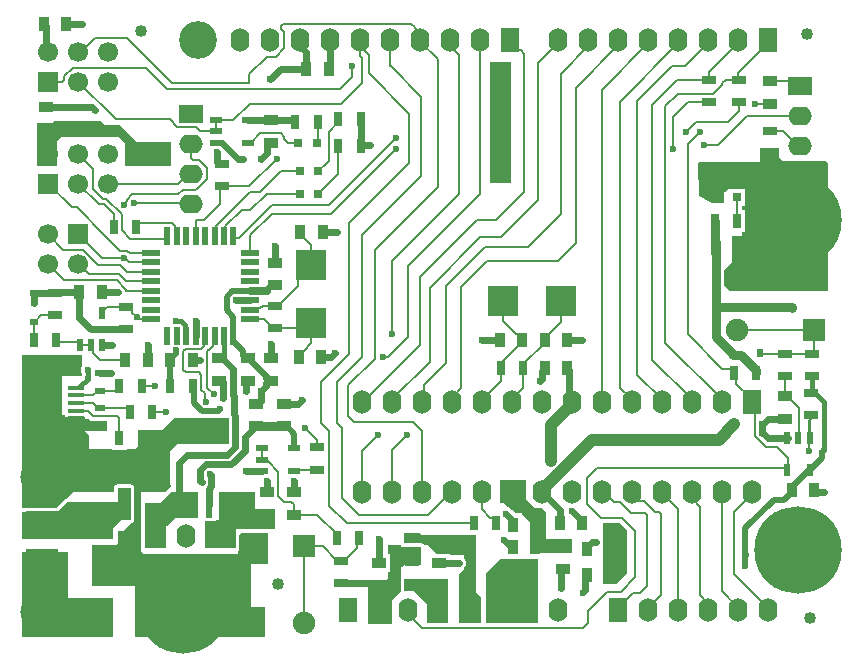
<source format=gtl>
G04*
G04 #@! TF.GenerationSoftware,Altium Limited,Altium Designer,21.0.8 (223)*
G04*
G04 Layer_Physical_Order=1*
G04 Layer_Color=255*
%FSLAX44Y44*%
%MOMM*%
G71*
G04*
G04 #@! TF.SameCoordinates,CB068B56-A197-48A0-A871-B344E5AE3D22*
G04*
G04*
G04 #@! TF.FilePolarity,Positive*
G04*
G01*
G75*
%ADD10C,0.2000*%
%ADD11C,0.5000*%
%ADD12C,0.4000*%
%ADD14R,0.9000X1.3000*%
%ADD15R,0.5500X1.0000*%
%ADD16R,1.3000X0.7000*%
%ADD17R,0.7000X1.3000*%
%ADD18R,0.6858X0.5588*%
%ADD19R,0.5588X0.6858*%
%ADD20R,0.6000X2.2000*%
%ADD21R,3.5000X2.2000*%
%ADD22R,1.3500X0.4000*%
%ADD23R,1.4000X1.6000*%
%ADD24R,1.9000X1.9000*%
%ADD25R,1.3000X0.9000*%
%ADD26R,0.8000X0.8000*%
%ADD27R,1.5000X0.5500*%
%ADD28R,0.5500X1.5000*%
%ADD29R,2.7000X2.0000*%
%ADD30R,1.6000X3.0000*%
%ADD31R,0.9000X0.6000*%
%ADD32R,2.6000X2.5000*%
%ADD33R,2.5000X2.6000*%
%ADD34R,1.0000X0.5500*%
%ADD64R,1.9000X1.9000*%
%ADD65C,1.9000*%
%ADD69C,1.0160*%
%ADD70C,0.6000*%
%ADD71C,1.0000*%
%ADD72C,0.8000*%
%ADD73C,3.2000*%
%ADD74R,1.6000X2.0000*%
%ADD75O,1.6000X2.0000*%
%ADD76O,2.0000X1.6000*%
%ADD77R,2.0000X1.6000*%
%ADD78R,1.7000X1.7000*%
%ADD79C,1.7000*%
G04:AMPARAMS|DCode=80|XSize=2mm|YSize=1.2mm|CornerRadius=0.3mm|HoleSize=0mm|Usage=FLASHONLY|Rotation=0.000|XOffset=0mm|YOffset=0mm|HoleType=Round|Shape=RoundedRectangle|*
%AMROUNDEDRECTD80*
21,1,2.0000,0.6000,0,0,0.0*
21,1,1.4000,1.2000,0,0,0.0*
1,1,0.6000,0.7000,-0.3000*
1,1,0.6000,-0.7000,-0.3000*
1,1,0.6000,-0.7000,0.3000*
1,1,0.6000,0.7000,0.3000*
%
%ADD80ROUNDEDRECTD80*%
%ADD81C,4.0000*%
%ADD82C,7.4000*%
%ADD83C,0.6000*%
G36*
X73000Y436000D02*
Y436000D01*
X86000D01*
X100000Y422000D01*
X129000D01*
Y402000D01*
X90000D01*
Y421000D01*
X85000Y426000D01*
Y426000D01*
X36000D01*
X33000Y423000D01*
Y402000D01*
X16000D01*
Y438000D01*
X28000D01*
X30000Y440000D01*
X69000D01*
X73000Y436000D01*
D02*
G37*
G36*
X95000Y102000D02*
X87000D01*
X80000Y95000D01*
Y86000D01*
X3000D01*
Y109000D01*
X33000D01*
X41000Y117000D01*
X84000D01*
Y129000D01*
X95000D01*
Y102000D01*
D02*
G37*
G36*
X200000Y111000D02*
X217000D01*
Y94000D01*
X184000D01*
Y78000D01*
X158000D01*
Y101000D01*
X167000D01*
Y102000D01*
X170000D01*
Y126000D01*
X200000D01*
Y111000D01*
D02*
G37*
G36*
X152000Y104000D02*
X133000D01*
X126000Y97000D01*
X125000D01*
Y78000D01*
X107000D01*
Y116000D01*
X120000D01*
X130000Y126000D01*
X152000D01*
Y104000D01*
D02*
G37*
G36*
X54000Y232485D02*
X53913Y232399D01*
X53000Y230194D01*
Y227806D01*
X53902Y225629D01*
Y224876D01*
X53539Y224000D01*
X37000D01*
Y191000D01*
X38995D01*
Y189500D01*
X56000D01*
Y187000D01*
X59562D01*
X59806Y186756D01*
X61294Y185761D01*
X63050Y185412D01*
X75000D01*
Y177000D01*
X56000D01*
X60000Y173000D01*
Y162000D01*
X79000D01*
Y161500D01*
X92000D01*
Y162000D01*
X99000D01*
X101000Y164000D01*
Y178000D01*
X122000D01*
X132000Y188000D01*
X177280D01*
X177383Y187847D01*
Y166463D01*
X176919Y166000D01*
X134000D01*
X128000Y160000D01*
Y132000D01*
X129000Y131000D01*
X124000Y126000D01*
X104000D01*
Y116295D01*
X103941Y116000D01*
Y78000D01*
X104000Y77705D01*
Y75000D01*
X106000Y73000D01*
X186000D01*
Y75728D01*
X186163Y75837D01*
X186826Y76830D01*
X187059Y78000D01*
Y89059D01*
X188941Y90941D01*
X211000D01*
Y65000D01*
X197000D01*
Y29000D01*
X198000Y28000D01*
X209000D01*
Y3000D01*
X99000D01*
Y46000D01*
X62000D01*
Y81000D01*
X83000D01*
X84000Y82000D01*
Y93000D01*
X89000D01*
X94941Y98941D01*
X95000D01*
X96171Y99174D01*
X97163Y99837D01*
X97826Y100829D01*
X98059Y102000D01*
Y129000D01*
X97826Y130170D01*
X97163Y131163D01*
X96171Y131826D01*
X95000Y132059D01*
X84000D01*
X82830Y131826D01*
X81837Y131163D01*
X81174Y130170D01*
X80941Y129000D01*
Y126000D01*
X46000D01*
X39819Y119819D01*
X38837Y119163D01*
X38837Y119163D01*
X31733Y112059D01*
X3000D01*
Y242000D01*
X54000D01*
Y232485D01*
D02*
G37*
G36*
X42000Y36000D02*
X80000D01*
Y3000D01*
X3000D01*
Y75000D01*
X42000D01*
Y36000D01*
D02*
G37*
G36*
X417000Y388000D02*
Y387000D01*
X399000D01*
Y490000D01*
X417000D01*
Y388000D01*
D02*
G37*
G36*
X644000Y409000D02*
X647000Y406000D01*
X683000D01*
X685000Y404000D01*
Y296000D01*
X602000D01*
X597560Y300440D01*
Y313560D01*
X604000Y320000D01*
Y342000D01*
X613000D01*
Y345500D01*
X615000D01*
Y364500D01*
X613000D01*
Y368000D01*
X615000D01*
Y382000D01*
X601000D01*
X599000Y380000D01*
X597000D01*
Y370000D01*
X587000D01*
X576000Y376000D01*
X575032Y404087D01*
X575914Y405000D01*
X628000D01*
Y417000D01*
X644000D01*
Y409000D01*
D02*
G37*
G36*
X430000Y119000D02*
X437000Y112000D01*
X443000D01*
X447000Y108000D01*
Y86000D01*
X469000D01*
Y74000D01*
X433000D01*
Y100000D01*
X427000Y106000D01*
X426500D01*
Y107500D01*
X420901D01*
X418146Y110256D01*
X418087Y110399D01*
X416399Y112086D01*
X414193Y113000D01*
X414000D01*
X411000Y116000D01*
X408000D01*
Y136000D01*
X430000D01*
Y119000D01*
D02*
G37*
G36*
X515000Y93511D02*
Y57000D01*
X506000Y48000D01*
X495000D01*
Y82409D01*
X495118Y83000D01*
X495000Y83591D01*
Y84193D01*
Y99037D01*
X509474D01*
X515000Y93511D01*
D02*
G37*
G36*
X440000Y50000D02*
Y47000D01*
Y15088D01*
X396000D01*
Y57000D01*
X408000Y69000D01*
X440000D01*
Y50000D01*
D02*
G37*
G36*
X342000Y89000D02*
X387000D01*
Y41000D01*
X392000Y36000D01*
Y15088D01*
X373000D01*
Y56000D01*
X377000Y60000D01*
Y61124D01*
X377076Y61174D01*
X377076D01*
X377411Y61675D01*
X377837Y62101D01*
X378067Y62658D01*
X378402Y63159D01*
X378519Y63750D01*
X378750Y64307D01*
Y64909D01*
X378775Y65034D01*
X378867Y65500D01*
D01*
Y65500D01*
X378750Y66091D01*
Y66694D01*
X378519Y67250D01*
X378402Y67841D01*
X378067Y68342D01*
X377837Y68899D01*
X377411Y69325D01*
X377076Y69826D01*
X377000Y69876D01*
Y72000D01*
X365500D01*
Y73000D01*
X354000D01*
X347000Y80000D01*
Y81000D01*
X343272D01*
X343163Y81163D01*
X342170Y81826D01*
X341000Y82059D01*
X326348D01*
X326326Y82170D01*
X326000Y82658D01*
Y91000D01*
X340000D01*
X342000Y89000D01*
D02*
G37*
G36*
X364000Y15088D02*
X346000D01*
Y31000D01*
X335000Y42000D01*
X326559D01*
Y52000D01*
X364000D01*
Y15088D01*
D02*
G37*
G36*
X323500Y79000D02*
X341000D01*
Y64000D01*
X327000D01*
X325000Y62000D01*
X324000D01*
Y54000D01*
X323500D01*
Y41500D01*
X316000Y34000D01*
Y14000D01*
X296000D01*
Y51000D01*
X311000D01*
X313000Y53000D01*
Y58000D01*
X314500D01*
Y73000D01*
X313000D01*
Y81000D01*
X323500D01*
Y79000D01*
D02*
G37*
D10*
X72750Y342800D02*
X85550Y330000D01*
X49435Y366515D02*
X72750Y343200D01*
X54971Y330600D02*
X67571Y318000D01*
X44965Y366515D02*
X49435D01*
X72750Y342800D02*
Y343200D01*
X70500Y323500D02*
X89500D01*
X85550Y330000D02*
X92192D01*
X94192Y328000D01*
X85808Y318000D02*
X91808Y312000D01*
X67571Y318000D02*
X85808D01*
X89852Y323852D02*
X93704Y320000D01*
X50000Y344000D02*
X70500Y323500D01*
X49742Y316858D02*
X50000D01*
X51185Y318600D02*
X59785Y310000D01*
X83192Y305000D02*
X91350Y296842D01*
X50000Y318600D02*
X51185D01*
X59785Y310000D02*
X85263D01*
X38200Y305000D02*
X83192D01*
X85263Y310000D02*
X91263Y304000D01*
X24600Y318600D02*
X38200Y305000D01*
X91350Y296000D02*
Y296842D01*
X38000Y330600D02*
X54971D01*
X24600Y344000D02*
X38000Y330600D01*
X25400Y386080D02*
X44965Y366515D01*
X94550Y340000D02*
X124750D01*
X96308Y377500D02*
X135437D01*
X50800Y411480D02*
X62800Y399480D01*
Y382509D02*
Y399480D01*
Y382509D02*
X71229Y374080D01*
X74491D01*
X87500Y361071D01*
Y347050D02*
Y361071D01*
Y347050D02*
X94550Y340000D01*
X124750D02*
X126000Y341250D01*
Y342000D01*
X98000Y370000D02*
X98100Y369900D01*
X145900D01*
X146000Y369800D01*
X101500Y353000D02*
X130200D01*
X91500Y372692D02*
X96308Y377500D01*
X91500Y371562D02*
Y372692D01*
X89750Y369812D02*
X91500Y371562D01*
X89750Y369000D02*
Y369812D01*
X80500Y350000D02*
Y361000D01*
X72420Y369080D02*
X80500Y361000D01*
X67800Y369080D02*
X72420D01*
X50800Y386080D02*
X67800Y369080D01*
X132750Y343250D02*
Y350450D01*
X130200Y353000D02*
X132750Y350450D01*
X91263Y304000D02*
X112000D01*
X91350Y296000D02*
X112000D01*
X91808Y312000D02*
X112000D01*
X52000Y250000D02*
X61500D01*
X70000Y273000D02*
Y275250D01*
X52000Y250000D02*
Y251750D01*
X61500Y250000D02*
X62750Y248750D01*
X50750Y253000D02*
X52000Y251750D01*
X32500Y253000D02*
X50750D01*
X62750Y243550D02*
Y248750D01*
Y243550D02*
X69300Y237000D01*
X669000Y160000D02*
Y171500D01*
Y186500D01*
X669750Y171500D02*
Y186500D01*
X651500Y146000D02*
Y154000D01*
X388000Y356000D02*
X404000D01*
X428000Y380000D02*
Y496560D01*
X340000Y308000D02*
X388000Y356000D01*
X348000Y298108D02*
X391142Y341250D01*
X348000Y236080D02*
Y298108D01*
X315850Y203930D02*
X348000Y236080D01*
X404000Y356000D02*
X428000Y380000D01*
X340000Y250000D02*
Y308000D01*
X391142Y341250D02*
X408250D01*
X425060Y499500D02*
X428000Y496560D01*
X416560Y506000D02*
Y508000D01*
Y506000D02*
X423060Y499500D01*
X425060D01*
X280000Y353000D02*
X331000Y404000D01*
X256000Y218496D02*
X280000Y242496D01*
Y353000D01*
X256000Y184000D02*
Y218496D01*
X291000Y343000D02*
X341000Y393000D01*
X291000Y240000D02*
Y343000D01*
X270000Y219000D02*
X291000Y240000D01*
X278950Y215950D02*
X301437Y238438D01*
Y330563D01*
X309000Y240000D02*
X313000D01*
X330000Y257000D01*
Y317000D01*
X316000Y321000D02*
X373000Y378000D01*
X316000Y259000D02*
Y321000D01*
X314960Y486000D02*
Y508000D01*
X315000Y486000D02*
X341000Y460000D01*
X314960Y486000D02*
X315000D01*
X341000Y393000D02*
Y460000D01*
X440100Y488900D02*
X457200Y506000D01*
X408250Y341250D02*
X440100Y373100D01*
Y488900D01*
X290450Y201930D02*
X291930D01*
X340000Y250000D01*
X278950Y190030D02*
Y215950D01*
X270000Y184000D02*
X274000Y180000D01*
X270000Y184000D02*
Y219000D01*
X315850Y201930D02*
Y203930D01*
X362000Y235000D02*
Y300000D01*
X395000Y333000D01*
X343430Y216430D02*
X362000Y235000D01*
X343430Y204110D02*
Y216430D01*
X341250Y201930D02*
X343430Y204110D01*
X375000Y299000D02*
X397000Y321000D01*
X375000Y213258D02*
Y299000D01*
X366650Y201930D02*
Y204908D01*
X375000Y213258D01*
X301437Y330563D02*
X355000Y384125D01*
Y492000D01*
X340360Y506640D02*
X355000Y492000D01*
X340360Y506640D02*
Y508000D01*
X274000Y120750D02*
X288500Y106250D01*
X274000Y120750D02*
Y180000D01*
X289560Y503202D02*
Y508000D01*
Y494440D02*
Y503202D01*
X331000Y404000D02*
Y446000D01*
X297000Y480000D02*
Y495762D01*
X289560Y503202D02*
X297000Y495762D01*
Y480000D02*
X331000Y446000D01*
X256000Y184000D02*
X263000Y177000D01*
Y114000D02*
Y177000D01*
Y114000D02*
X278000Y99000D01*
X243000Y180000D02*
X253000Y170000D01*
Y163500D02*
Y170000D01*
X459000Y361000D02*
Y479500D01*
X431000Y333000D02*
X459000Y361000D01*
X395000Y333000D02*
X431000D01*
X547243Y251937D02*
Y452000D01*
X558000Y462500D02*
X587950D01*
X547243Y452000D02*
X547500D01*
X558000Y462500D01*
X554000Y416000D02*
Y443000D01*
X566500Y455500D02*
X585000D01*
X554000Y443000D02*
X566500Y455500D01*
X617000Y443600D02*
X662000D01*
X592400Y419000D02*
X617000Y443600D01*
X580000Y419000D02*
X592400D01*
X567000Y259000D02*
Y420000D01*
X596000Y230000D02*
X603500D01*
X605500Y226000D02*
Y228000D01*
X603500Y230000D02*
X605500Y228000D01*
X567000Y259000D02*
X596000Y230000D01*
X547243Y251937D02*
X595250Y203930D01*
X536000Y237780D02*
X569850Y203930D01*
X536000Y453000D02*
X557500Y474500D01*
X536000Y237780D02*
Y453000D01*
X569850Y201930D02*
Y203930D01*
X524000Y225000D02*
X544450Y204550D01*
Y201930D02*
Y204550D01*
X524000Y457000D02*
X553000Y486000D01*
X524000Y225000D02*
Y457000D01*
X564200Y486000D02*
X584200Y506000D01*
X553000Y486000D02*
X564200D01*
X584200Y506000D02*
Y508000D01*
X509000Y456200D02*
X558800Y506000D01*
X509000Y213980D02*
Y456200D01*
X558800Y506000D02*
Y508000D01*
X509000Y213980D02*
X519050Y203930D01*
Y201930D02*
Y203930D01*
X457200Y506000D02*
Y508000D01*
X459000Y479500D02*
X482600Y503100D01*
Y508000D01*
X397000Y321000D02*
X456500D01*
X471750Y336250D02*
Y468000D01*
X456500Y321000D02*
X471750Y336250D01*
X508000Y504250D02*
Y508000D01*
X471750Y468000D02*
X508000Y504250D01*
X330000Y317000D02*
X391160Y378160D01*
Y508000D01*
X365760Y502802D02*
Y508000D01*
Y502802D02*
X373000Y495562D01*
Y378000D02*
Y495562D01*
X340360Y508000D02*
Y513518D01*
X289560Y494440D02*
X291000Y493000D01*
Y472000D02*
Y493000D01*
X577000Y38000D02*
X584200Y30800D01*
X569850Y120352D02*
X577000Y113202D01*
X569850Y120352D02*
Y125730D01*
X577000Y38000D02*
Y113202D01*
X584200Y25400D02*
Y30800D01*
X509000Y117000D02*
X518500Y107500D01*
X508000Y27400D02*
X520550Y39950D01*
X508000Y25400D02*
Y27400D01*
X520550Y39950D02*
X525950D01*
X532000Y46000D01*
X530243Y107500D02*
X532000Y105743D01*
Y46000D02*
Y105743D01*
X518500Y107500D02*
X530243D01*
X495168Y125730D02*
X503898Y117000D01*
X509000D01*
X493650Y125730D02*
X495168D01*
X493375Y103625D02*
X511375D01*
X522000Y93000D01*
X481250Y115750D02*
X493375Y103625D01*
X606000Y56400D02*
X635000Y27400D01*
Y25400D02*
Y27400D01*
X606000Y56400D02*
Y109080D01*
X620650Y123730D01*
Y125730D01*
X538890Y109000D02*
X542243D01*
X519050Y123730D02*
X524915Y117865D01*
X530025D02*
X538890Y109000D01*
X533400Y27400D02*
X544000Y38000D01*
X533400Y25400D02*
Y27400D01*
X544000Y38000D02*
Y107243D01*
X542243Y109000D02*
X544000Y107243D01*
X524915Y117865D02*
X530025D01*
X558000Y26200D02*
Y111000D01*
Y26200D02*
X558800Y25400D01*
X544450Y124550D02*
Y125730D01*
Y124550D02*
X558000Y111000D01*
X519050Y123730D02*
Y125730D01*
X651500Y144500D02*
Y146000D01*
X650250D02*
X651500Y144750D01*
X481250Y137250D02*
X490000Y146000D01*
X650250D01*
X481250Y115750D02*
Y137250D01*
X509993Y41250D02*
X522000Y53257D01*
Y93000D01*
X58550Y194500D02*
X63050Y190000D01*
X48745Y194500D02*
X58550D01*
X63050Y190000D02*
X83379D01*
X85137Y188243D01*
X48745Y194500D02*
X48745Y194500D01*
X85137Y171363D02*
Y188243D01*
X94192Y328000D02*
X112000D01*
X171000Y370000D02*
Y383500D01*
X172000Y384500D01*
X157000Y356000D02*
X171463Y370463D01*
X150000Y355537D02*
X156537D01*
X265000Y361250D02*
X319750Y416000D01*
X320000D01*
X214321Y361250D02*
X265000D01*
X263000Y369000D02*
X319500Y425500D01*
X215000Y369000D02*
X263000D01*
X187000Y341000D02*
X215000Y369000D01*
X183000Y341000D02*
X187000D01*
X182000Y342000D02*
X183000Y341000D01*
X196000Y342929D02*
X214321Y361250D01*
X196000Y328000D02*
Y342929D01*
X189025Y364225D02*
X196225D01*
X210000Y378000D01*
X263000Y430750D02*
X270750Y438500D01*
Y441500D01*
X261243Y404000D02*
X263000Y405757D01*
X261000Y404000D02*
X261243D01*
X263000Y405757D02*
Y430750D01*
X254000Y397000D02*
X261000Y404000D01*
X254000Y378000D02*
X270750Y394750D01*
Y418500D01*
X253250Y421250D02*
Y438750D01*
X253500Y439000D01*
X253000Y421000D02*
X253250Y421250D01*
X196750Y421500D02*
X204750Y429500D01*
X194500Y421500D02*
X196750D01*
X222366Y519743D02*
X224123Y521500D01*
X128050Y441000D02*
X134550Y434500D01*
X82240Y441000D02*
X128050D01*
X210000Y494000D02*
X217623D01*
X222366Y517257D02*
X224860Y514763D01*
Y501237D02*
Y514763D01*
X150363Y434500D02*
X153863Y431000D01*
X217623Y494000D02*
X224860Y501237D01*
X224123Y521500D02*
X332750D01*
X222366Y517257D02*
Y519743D01*
X134550Y434500D02*
X150363D01*
X50800Y472440D02*
X82240Y441000D01*
X195373Y479373D02*
X210000Y494000D01*
X195373Y471750D02*
Y479373D01*
X50800Y497840D02*
X53000D01*
X65160Y510000D01*
X92000D01*
X130250Y471750D01*
X195373D01*
X108310Y484440D02*
X126000Y466750D01*
X45829Y484440D02*
X108310D01*
X126000Y466750D02*
X272000D01*
X38800Y477411D02*
X45829Y484440D01*
X282000Y476750D02*
Y486000D01*
X272000Y466750D02*
X282000Y476750D01*
X154864Y212115D02*
X157926Y209053D01*
X160000Y214050D02*
Y218556D01*
X157926Y202324D02*
X158500Y201750D01*
X160000Y214050D02*
X165500Y208550D01*
X157926Y202324D02*
Y209053D01*
X160000Y218556D02*
Y244950D01*
X154864Y212115D02*
Y224879D01*
X567000Y420000D02*
X577000Y430000D01*
X565000D02*
X573750Y438750D01*
X609250Y474500D02*
X610000D01*
X599000D02*
X609250D01*
X609500Y474750D01*
X557500Y474500D02*
X585000D01*
X595975Y470525D02*
Y471475D01*
X599000Y474500D01*
X587950Y462500D02*
X595975Y470525D01*
X85137Y171363D02*
X85500Y171000D01*
X69000Y196500D02*
X92000D01*
X94000Y194500D01*
Y193000D02*
Y194500D01*
X113000Y193000D02*
X124750D01*
X67500Y196500D02*
X69000D01*
Y211500D02*
X83500D01*
X67500D02*
X69000D01*
X160000Y244950D02*
X162050Y247000D01*
X237500Y240000D02*
Y242000D01*
X240500Y245000D01*
X152743Y227000D02*
X154864Y224879D01*
X141550Y227000D02*
X152743D01*
X139500Y229050D02*
X141550Y227000D01*
X139500Y229050D02*
Y244950D01*
X248000Y317500D02*
Y334500D01*
X238500Y344000D02*
X248000Y334500D01*
X204750Y429500D02*
X221950D01*
X225225Y426225D01*
X623250Y173058D02*
Y199330D01*
X620650Y201930D02*
X623250Y199330D01*
Y173058D02*
X632779Y163529D01*
X641971D01*
X651500Y154000D01*
X278000Y99000D02*
X385500D01*
X220000Y122550D02*
Y142700D01*
Y122550D02*
X225050Y117500D01*
X210950Y151750D02*
X220000Y142700D01*
X207750Y151750D02*
X210950D01*
X608500Y262500D02*
X673500D01*
X649000Y242500D02*
X672000D01*
X628442Y242750D02*
X648750D01*
X628192Y243000D02*
X628442Y242750D01*
X648750D02*
X649000Y242500D01*
X661000Y171500D02*
Y196500D01*
X651000Y206500D02*
X661000Y196500D01*
X671500Y188500D02*
X671750D01*
X669750Y186500D02*
X671750Y188500D01*
X649000Y206500D02*
X651000D01*
X139500Y244950D02*
X141550Y247000D01*
X139237Y381300D02*
X149550D01*
X135437Y377500D02*
X139237Y381300D01*
X149550D02*
X150250Y382000D01*
X151063D02*
X159500Y390437D01*
X150000Y342000D02*
Y355537D01*
X150250Y382000D02*
X151063D01*
X146000Y408457D02*
Y420600D01*
Y408457D02*
X147757Y406700D01*
X152763D01*
X159500Y399963D01*
Y390437D02*
Y399963D01*
X134880Y386080D02*
X144000Y395200D01*
X76200Y386080D02*
X134880D01*
X144000Y395200D02*
X146000D01*
X96000Y277500D02*
X100125Y273375D01*
X234000Y144000D02*
X252500D01*
X233500Y143500D02*
X234000Y144000D01*
X252500D02*
X253000Y144500D01*
X206500Y153000D02*
Y162500D01*
Y153000D02*
X207750Y151750D01*
X225050Y117500D02*
X231000D01*
X233000Y115500D01*
Y106500D02*
Y115500D01*
X253000Y106500D02*
X269500Y90000D01*
X233000Y106500D02*
X253000D01*
X269500Y87000D02*
Y90000D01*
X276000Y67500D02*
X286500Y78000D01*
Y85000D01*
X288500Y87000D01*
X273000Y67500D02*
X276000D01*
X258000Y79500D02*
X270000Y67500D01*
X273000D01*
X241500Y79500D02*
X258000D01*
X241500Y14500D02*
Y79500D01*
X392050Y111450D02*
X399500Y104000D01*
X402500D02*
X404500Y102000D01*
Y99000D02*
Y102000D01*
X392050Y111450D02*
Y125730D01*
X399500Y104000D02*
X402500D01*
X165500Y208500D02*
Y208550D01*
X164750Y249550D02*
Y256750D01*
X154200Y247000D02*
X156750Y249550D01*
Y256750D01*
X158000Y258000D01*
X164750Y256750D02*
X166000Y258000D01*
X162200Y247000D02*
X164750Y249550D01*
X141550Y247000D02*
X154200D01*
X162050Y247000D02*
X162200D01*
X69300Y237000D02*
X90500D01*
X104500Y215000D02*
X116000D01*
X104500D02*
X105500Y214000D01*
X63000Y201000D02*
X67500Y196500D01*
X48745Y201000D02*
X63000D01*
X85500Y213500D02*
Y215000D01*
X83500Y211500D02*
X85500Y213500D01*
X63500Y207500D02*
X67500Y211500D01*
X48745Y207500D02*
X63500D01*
X13250Y253250D02*
X13500Y253000D01*
X13000Y269808D02*
X13250Y269558D01*
Y253250D02*
Y269558D01*
X13635Y269808D02*
X19327Y275500D01*
X31000D01*
X13000Y269808D02*
X13635D01*
X75250Y282500D02*
X91000D01*
X70500Y277750D02*
X75250Y282500D01*
X96000Y277500D02*
Y280500D01*
X94000Y282500D02*
X96000Y280500D01*
X91000Y282500D02*
X94000D01*
X101500Y272000D02*
X112000D01*
X241500Y245000D02*
X248000Y251500D01*
X240500Y245000D02*
X241500D01*
X248000Y251500D02*
Y268500D01*
X217000Y264500D02*
X244000D01*
X248000Y268500D01*
X212000Y266500D02*
Y268000D01*
X214000Y264500D02*
X217000D01*
X196000Y272000D02*
X208000D01*
X212000Y268000D01*
Y266500D02*
X214000Y264500D01*
X238500Y344000D02*
Y346000D01*
X236500Y300000D02*
Y306500D01*
X247500Y317500D01*
X217000Y283500D02*
X220000D01*
X236500Y300000D01*
X247500Y317500D02*
X248000D01*
X197250Y281250D02*
X204450D01*
X206700Y283500D01*
X217000D01*
X196000Y280000D02*
X197250Y281250D01*
X175250Y343250D02*
Y350450D01*
X174000Y342000D02*
X175250Y343250D01*
X221929Y397000D02*
X238000D01*
X210000Y378000D02*
X238000D01*
X204429Y379500D02*
X221929Y397000D01*
X196300Y379500D02*
X204429D01*
X175250Y350450D02*
X189025Y364225D01*
X195250Y384500D02*
X218500Y407750D01*
X172000Y384500D02*
X195250D01*
X167250Y350450D02*
X196300Y379500D01*
X167250Y343250D02*
Y350450D01*
X166000Y342000D02*
X167250Y343250D01*
X225225Y424275D02*
X228500Y421000D01*
X237000D01*
X225225Y424275D02*
Y426225D01*
X93704Y320000D02*
X112000D01*
X99500Y350000D02*
Y351000D01*
X101500Y353000D01*
X132750Y343250D02*
X134000Y342000D01*
X273375Y454375D02*
X291000Y472000D01*
X195675Y454375D02*
X273375D01*
X181800Y440500D02*
X195675Y454375D01*
X167500Y440500D02*
X181800D01*
X153863Y431000D02*
X167500D01*
X37043Y472440D02*
X38800Y474197D01*
Y477411D01*
X167500Y431000D02*
Y440500D01*
X25400Y472440D02*
X37043D01*
X335371Y518507D02*
X340360Y513518D01*
X335371Y518507D02*
Y518879D01*
X332750Y521500D02*
X335371Y518879D01*
X417450Y201930D02*
Y203930D01*
X427500Y213980D02*
Y231000D01*
X417450Y203930D02*
X427500Y213980D01*
Y234000D02*
X445500Y252000D01*
X427500Y231000D02*
Y234000D01*
X445500Y252000D02*
Y254000D01*
X459500Y269500D02*
Y287000D01*
X449000Y259000D02*
X459500Y269500D01*
X448500Y259000D02*
X449000D01*
X445500Y256000D02*
X448500Y259000D01*
X445500Y254000D02*
Y256000D01*
X392050Y203550D02*
X408500Y220000D01*
Y231000D01*
X392050Y201930D02*
Y203550D01*
X410500Y236752D02*
X426379Y252632D01*
X410500Y233000D02*
Y236752D01*
X408500Y231000D02*
X410500Y233000D01*
X426379Y252632D02*
Y254632D01*
X410500Y270511D02*
Y287000D01*
Y270511D02*
X421379Y259632D01*
X423379D01*
X426379Y256632D01*
Y254632D02*
Y256632D01*
X649000Y206500D02*
Y223500D01*
X673500Y244000D02*
Y262500D01*
X672000Y242500D02*
X673500Y244000D01*
X608250Y355250D02*
Y374750D01*
Y355250D02*
X608500Y355000D01*
X608000Y375000D02*
X608250Y374750D01*
X660300Y418200D02*
X662000D01*
X636000Y431500D02*
X647000D01*
X660300Y418200D01*
X657500Y473500D02*
X662000Y469000D01*
X636000Y473500D02*
X657500D01*
X620650Y201930D02*
Y203930D01*
X607500Y217080D02*
X620650Y203930D01*
X607500Y217080D02*
Y224000D01*
X605500Y226000D02*
X607500Y224000D01*
X498500Y41250D02*
X509993D01*
X482250Y25000D02*
X498500Y41250D01*
X482250Y14500D02*
Y25000D01*
X478250Y10500D02*
X482250Y14500D01*
X342000Y10500D02*
X478250D01*
X330200Y22300D02*
X342000Y10500D01*
X330200Y22300D02*
Y25400D01*
X573750Y438750D02*
X600929D01*
X610000Y447821D02*
Y455500D01*
X600929Y438750D02*
X610000Y447821D01*
X623250Y454000D02*
X623500D01*
X624000Y454500D02*
X636000D01*
X623500Y454000D02*
X624000Y454500D01*
X315850Y125730D02*
X316250Y126130D01*
Y161500D02*
X328750Y174000D01*
X316250Y126130D02*
Y161500D01*
X278950Y190030D02*
X284299Y184681D01*
X333819D01*
X337000Y181500D01*
Y181500D02*
Y181500D01*
X341250Y125730D02*
Y177250D01*
X337000Y181500D02*
X341250Y177250D01*
X288500Y106250D02*
X346750D01*
X366230Y125730D01*
X366650D01*
X290450Y160200D02*
X304000Y173750D01*
X290450Y125730D02*
Y160200D01*
X595250Y41750D02*
Y125730D01*
Y41750D02*
X609600Y27400D01*
Y25400D02*
Y27400D01*
X609500Y480500D02*
X635000Y506000D01*
X609500Y474750D02*
Y480500D01*
X585000Y474750D02*
Y481400D01*
X609600Y506000D01*
X493650Y466250D02*
X533400Y506000D01*
X493650Y201930D02*
Y466250D01*
D11*
X615500Y62750D02*
Y94891D01*
X670000Y144500D02*
X680000Y154500D01*
Y158750D01*
X669750Y144500D02*
X670000D01*
X680000Y159021D02*
X682000Y161021D01*
X680000Y158750D02*
Y159021D01*
X655000Y130000D02*
X669500Y144500D01*
X669750D01*
X655000Y126000D02*
Y130000D01*
X648200Y119200D02*
X655000Y126000D01*
X615500Y94891D02*
X639809Y119200D01*
X648200D01*
X671000Y209500D02*
X674000D01*
X671000D02*
X671500Y210000D01*
Y223000D02*
X672000Y223500D01*
X182000Y253250D02*
X190000Y245250D01*
Y241000D02*
Y245250D01*
X191000Y240000D02*
X193000D01*
X182000Y253250D02*
Y258000D01*
X190000Y241000D02*
X191000Y240000D01*
X176250Y279928D02*
X182000Y274178D01*
Y258000D02*
Y274178D01*
X176250Y279928D02*
Y291107D01*
X181000Y295857D02*
X195857D01*
X176250Y291107D02*
X181000Y295857D01*
X195857D02*
X196000Y296000D01*
X196250Y296250D01*
X215000Y300500D02*
X217000D01*
X210750Y296250D02*
X215000Y300500D01*
X196250Y296250D02*
X210750D01*
X155393Y194250D02*
X169479D01*
X148500Y201143D02*
X155393Y194250D01*
X148500Y201143D02*
Y214500D01*
X148000Y215000D02*
X148500Y214500D01*
X147500Y215000D02*
X148000D01*
X128500D02*
Y239000D01*
X128500Y239000D02*
X128500Y239000D01*
X227000Y181500D02*
X233500Y175000D01*
Y162500D02*
Y175000D01*
X225000Y181500D02*
X227000D01*
D12*
X674000Y209500D02*
X682000Y201500D01*
Y161021D02*
Y201500D01*
X671500Y210000D02*
Y223000D01*
X59000Y221505D02*
Y229000D01*
X52495Y215000D02*
X59000Y221505D01*
X172000Y239000D02*
X174000Y241000D01*
Y258000D01*
X133000Y270500D02*
X133383Y270117D01*
X141250Y258750D02*
X142000Y258000D01*
X141250Y258750D02*
Y266657D01*
X137789Y270117D02*
X141250Y266657D01*
X133383Y270117D02*
X137789D01*
X128500Y239000D02*
X133023Y243523D01*
D14*
X70500Y295000D02*
D03*
X51500D02*
D03*
X21500Y522000D02*
D03*
X40500D02*
D03*
X673500Y127000D02*
D03*
X654500D02*
D03*
X438000Y98000D02*
D03*
X419000D02*
D03*
X256500Y240000D02*
D03*
X237500D02*
D03*
X445750Y230750D02*
D03*
X464750D02*
D03*
X128500Y237000D02*
D03*
X147500D02*
D03*
X238500Y346000D02*
D03*
X257500D02*
D03*
X500500Y55000D02*
D03*
X481500D02*
D03*
X609500Y332000D02*
D03*
X590500D02*
D03*
X381500Y50000D02*
D03*
X400500D02*
D03*
X500500Y77000D02*
D03*
X481500D02*
D03*
X243500Y484000D02*
D03*
X262500D02*
D03*
X437375Y79000D02*
D03*
X418375D02*
D03*
X477500Y99000D02*
D03*
X458500D02*
D03*
X426379Y254632D02*
D03*
X407379D02*
D03*
X445500Y254000D02*
D03*
X464500D02*
D03*
X90500Y237000D02*
D03*
X109500D02*
D03*
D15*
X71000Y277000D02*
D03*
X52000D02*
D03*
X71000Y250000D02*
D03*
X61500D02*
D03*
X52000D02*
D03*
X669750Y171500D02*
D03*
X660250D02*
D03*
X650750D02*
D03*
X669750Y144500D02*
D03*
X650750D02*
D03*
D16*
X172000Y384500D02*
D03*
Y403500D02*
D03*
X217000Y283500D02*
D03*
Y264500D02*
D03*
X610000Y455500D02*
D03*
Y474500D02*
D03*
X585000D02*
D03*
Y455500D02*
D03*
X636000Y412500D02*
D03*
Y431500D02*
D03*
X253000Y163500D02*
D03*
Y144500D02*
D03*
X649000Y223500D02*
D03*
Y242500D02*
D03*
X333000Y47500D02*
D03*
Y66500D02*
D03*
Y85500D02*
D03*
Y66500D02*
D03*
X91000Y282500D02*
D03*
Y263500D02*
D03*
X671000Y190500D02*
D03*
Y209500D02*
D03*
X31000Y294500D02*
D03*
Y275500D02*
D03*
X672000Y242500D02*
D03*
Y223500D02*
D03*
X273000Y48500D02*
D03*
Y67500D02*
D03*
D17*
X289750Y441500D02*
D03*
X270750D02*
D03*
Y418500D02*
D03*
X289750D02*
D03*
X80500Y350000D02*
D03*
X99500D02*
D03*
X85500Y215000D02*
D03*
X104500D02*
D03*
X113000Y193000D02*
D03*
X94000D02*
D03*
X104500Y171000D02*
D03*
X85500D02*
D03*
X385500Y99000D02*
D03*
X404500D02*
D03*
X253500Y439000D02*
D03*
X234500D02*
D03*
X408500Y231000D02*
D03*
X427500D02*
D03*
X608500Y355000D02*
D03*
X589500D02*
D03*
X13000Y254000D02*
D03*
X32000D02*
D03*
X288500Y87000D02*
D03*
X269500D02*
D03*
X147500Y215000D02*
D03*
X128500D02*
D03*
X624500Y226000D02*
D03*
X605500D02*
D03*
D18*
X13000Y294192D02*
D03*
Y269808D02*
D03*
D19*
X628192Y243000D02*
D03*
X603808D02*
D03*
D20*
X135600Y115000D02*
D03*
X148300D02*
D03*
X161000D02*
D03*
X173700D02*
D03*
X186400D02*
D03*
D21*
X161000Y177000D02*
D03*
D22*
X48745Y214000D02*
D03*
Y207500D02*
D03*
Y201000D02*
D03*
Y194500D02*
D03*
Y188000D02*
D03*
D23*
X46495Y233000D02*
D03*
Y169000D02*
D03*
D24*
X21995Y213000D02*
D03*
Y189000D02*
D03*
X241500Y79500D02*
D03*
D25*
X214000Y239000D02*
D03*
Y220000D02*
D03*
X194000D02*
D03*
Y239000D02*
D03*
X170000Y220000D02*
D03*
Y239000D02*
D03*
X23000Y451500D02*
D03*
Y432500D02*
D03*
X201000Y200500D02*
D03*
Y181500D02*
D03*
X217000Y300500D02*
D03*
Y319500D02*
D03*
X636000Y473500D02*
D03*
Y454500D02*
D03*
X210000Y106500D02*
D03*
Y125500D02*
D03*
X114000Y111500D02*
D03*
Y130500D02*
D03*
X356000Y46500D02*
D03*
Y65500D02*
D03*
X305000Y46500D02*
D03*
Y65500D02*
D03*
X461000Y79500D02*
D03*
Y60500D02*
D03*
X214000Y440500D02*
D03*
Y421500D02*
D03*
X225000Y181500D02*
D03*
Y200500D02*
D03*
X233000Y106500D02*
D03*
Y125500D02*
D03*
X649000Y206500D02*
D03*
Y187500D02*
D03*
D26*
X254000Y378000D02*
D03*
X238000D02*
D03*
X254000Y397000D02*
D03*
X238000D02*
D03*
X253000Y421000D02*
D03*
X237000D02*
D03*
X608000Y375000D02*
D03*
X592000D02*
D03*
D27*
X196000Y272000D02*
D03*
Y328000D02*
D03*
Y320000D02*
D03*
Y312000D02*
D03*
Y304000D02*
D03*
Y296000D02*
D03*
Y288000D02*
D03*
Y280000D02*
D03*
X112000Y328000D02*
D03*
Y304000D02*
D03*
Y288000D02*
D03*
Y312000D02*
D03*
Y272000D02*
D03*
Y280000D02*
D03*
Y296000D02*
D03*
Y320000D02*
D03*
D28*
X174000Y342000D02*
D03*
X182000D02*
D03*
X150000Y258000D02*
D03*
X134000D02*
D03*
X126000Y342000D02*
D03*
X150000D02*
D03*
X142000D02*
D03*
X158000Y258000D02*
D03*
X142000D02*
D03*
X166000Y342000D02*
D03*
Y258000D02*
D03*
X126000D02*
D03*
X134000Y342000D02*
D03*
X158000D02*
D03*
X174000Y258000D02*
D03*
X182000D02*
D03*
D29*
X20000Y67000D02*
D03*
Y99000D02*
D03*
D30*
X72000Y62500D02*
D03*
Y21500D02*
D03*
Y143000D02*
D03*
Y102000D02*
D03*
D31*
X69000Y181500D02*
D03*
Y196500D02*
D03*
Y226500D02*
D03*
Y211500D02*
D03*
D32*
X248000Y317500D02*
D03*
Y268500D02*
D03*
D33*
X410500Y287000D02*
D03*
X459500D02*
D03*
D34*
X194500Y421500D02*
D03*
Y440500D02*
D03*
X167500Y421500D02*
D03*
Y431000D02*
D03*
Y440500D02*
D03*
X233500Y143500D02*
D03*
Y162500D02*
D03*
X206500Y143500D02*
D03*
Y153000D02*
D03*
Y162500D02*
D03*
D64*
X673500Y262500D02*
D03*
D65*
Y307500D02*
D03*
X608500D02*
D03*
Y262500D02*
D03*
X241500Y14500D02*
D03*
X196500D02*
D03*
Y79500D02*
D03*
D69*
X104000Y516000D02*
D03*
X668000Y513000D02*
D03*
X670000Y19000D02*
D03*
X220000Y48000D02*
D03*
D70*
X70500Y295000D02*
X84000D01*
X30846Y294346D02*
X31250Y294750D01*
X50750D02*
X51500Y294000D01*
X31250Y294750D02*
X50750D01*
X71000Y250000D02*
X79250D01*
X51500Y273250D02*
X61250Y263500D01*
X238760Y503294D02*
X243500Y498554D01*
Y484000D02*
Y498554D01*
X238760Y503294D02*
Y508000D01*
X213000Y475000D02*
X222000Y484000D01*
X459210Y44000D02*
Y58710D01*
X162000Y141000D02*
X163000Y140000D01*
Y130436D02*
Y140000D01*
X161000Y128436D02*
X163000Y130436D01*
X161000Y115000D02*
Y128436D01*
X40750Y522250D02*
X53500D01*
X40500Y522000D02*
X40750Y522250D01*
X673500Y127000D02*
X674500Y126000D01*
X682000D01*
X634541Y171500D02*
X651500D01*
X412875Y106875D02*
X419000Y100750D01*
X630291Y175750D02*
X634541Y171500D01*
X485500Y83000D02*
X489000D01*
X301000Y48500D02*
X303000Y46500D01*
X273000Y48500D02*
X301000D01*
X303000Y46500D02*
X305000D01*
X356000Y65500D02*
X372750D01*
X372750Y65500D01*
X210500Y412500D02*
Y420000D01*
X212000Y421500D01*
X205500Y407500D02*
X210500Y412500D01*
X172500Y420750D02*
X185500Y407750D01*
X189750D01*
X192000Y239000D02*
X193000Y240000D01*
X192000Y239000D02*
X194000D01*
X210500Y296000D02*
X210750Y296250D01*
X181500Y207351D02*
Y229500D01*
X193000Y211000D02*
Y219000D01*
X194000Y220000D01*
X170000Y239000D02*
X172000D01*
X172000Y220000D02*
X173500Y218500D01*
Y205500D02*
Y218500D01*
X173000Y205000D02*
X173500Y205500D01*
X170000Y220000D02*
X172000D01*
X182332Y191239D02*
Y206518D01*
X135600Y115000D02*
Y150085D01*
X142515Y157000D01*
X154000Y134750D02*
Y144314D01*
X191500Y160615D02*
Y172000D01*
X158686Y149000D02*
X179885D01*
X191500Y160615D01*
X154000Y134750D02*
X155000Y133750D01*
X197500Y178000D02*
Y180000D01*
X199000Y181500D01*
X191500Y172000D02*
X197500Y178000D01*
X154000Y144314D02*
X158686Y149000D01*
X182332Y191239D02*
X183500Y190071D01*
X142515Y157000D02*
X176571D01*
X199000Y181500D02*
X201000D01*
X183500Y163929D02*
Y190071D01*
X176571Y157000D02*
X183500Y163929D01*
X23000Y451500D02*
X61959D01*
X64459Y449000D02*
X65000D01*
X61959Y451500D02*
X64459Y449000D01*
X629750Y175750D02*
Y183500D01*
X441750Y219791D02*
X443250Y221291D01*
Y228250D02*
X445750Y230750D01*
X443250Y221291D02*
Y228250D01*
X441750Y219250D02*
Y219791D01*
X465000Y254500D02*
X477250D01*
X464500Y254000D02*
X465000Y254500D01*
X392250D02*
X392382Y254632D01*
X407379D01*
X109500Y237000D02*
X109500Y237000D01*
Y250000D01*
X147500Y237000D02*
X153500D01*
X214000Y239000D02*
Y251000D01*
X212000Y220000D02*
X214000D01*
X209500Y222500D02*
X212000Y220000D01*
X209500Y222500D02*
Y223500D01*
X194000Y239000D02*
X209500Y223500D01*
Y215500D02*
Y217500D01*
X212000Y220000D01*
X205500Y211500D02*
X209500Y215500D01*
X172000Y239000D02*
X181500Y229500D01*
X150000Y258000D02*
Y270750D01*
X150000Y258000D02*
X150000Y258000D01*
X236733Y200500D02*
X239733Y203500D01*
X240000D01*
X225000Y200500D02*
X236733D01*
X264750Y240000D02*
X267750Y243000D01*
X256500Y240000D02*
X264750D01*
X183750Y288000D02*
X183750Y288000D01*
X196000D01*
X217000Y319500D02*
Y333500D01*
X257500Y346000D02*
X257750Y345750D01*
X270000D01*
X262500Y484000D02*
X263330Y484830D01*
Y507170D02*
X264160Y508000D01*
X263330Y484830D02*
Y507170D01*
X212000Y421500D02*
X214000D01*
X194500Y440500D02*
X214000D01*
X629750Y183500D02*
X630291D01*
X634291Y187500D02*
X649000D01*
X630291Y183500D02*
X634291Y187500D01*
X629750Y175750D02*
X630291D01*
X481500Y79000D02*
X485500Y83000D01*
X481500Y77000D02*
Y79000D01*
X468750Y109500D02*
X477500Y100750D01*
Y99000D02*
Y100750D01*
X410750Y85375D02*
X417125Y79000D01*
X418375D01*
X305000Y65500D02*
Y86000D01*
X192250Y143500D02*
X206500D01*
X233000Y125500D02*
Y135000D01*
X210000Y125500D02*
Y134500D01*
X78500Y226500D02*
X78750Y226750D01*
X69000Y226500D02*
X78500D01*
X23450Y499790D02*
Y520050D01*
X21500Y522000D02*
X23450Y520050D01*
Y499790D02*
X25400Y497840D01*
X290500Y419250D02*
X297250D01*
X289750Y418500D02*
X290500Y419250D01*
X289750Y418500D02*
Y441500D01*
X233250Y440250D02*
X234500Y439000D01*
X225250Y440250D02*
X233250D01*
X214000Y440500D02*
X214250Y440250D01*
X225250D01*
X167750Y405000D02*
Y413750D01*
X169250Y403500D02*
X172000D01*
X167750Y405000D02*
X169250Y403500D01*
X13000Y285750D02*
Y294192D01*
X13154Y294346D02*
X30846D01*
X13000Y294192D02*
X13154Y294346D01*
X51500Y275500D02*
Y294000D01*
X61250Y263500D02*
X91000D01*
X51500Y273250D02*
Y275500D01*
X225000Y181500D02*
X225000Y181500D01*
X459210Y58710D02*
X461000Y60500D01*
X479709Y53209D02*
X481500Y55000D01*
X479709Y42500D02*
Y53209D01*
X466500Y203680D02*
Y229000D01*
X464750Y230750D02*
X466500Y229000D01*
Y203680D02*
X468250Y201930D01*
X205500Y203000D02*
Y211500D01*
X201000Y200500D02*
X203000D01*
X205500Y203000D01*
X196000Y296000D02*
X210500D01*
X114000Y90200D02*
X116200Y88000D01*
X114000Y111500D02*
X116000D01*
X222000Y484000D02*
X243500D01*
X458500Y99000D02*
Y110080D01*
X442850Y125730D02*
X458500Y110080D01*
D71*
X442850Y125730D02*
Y126889D01*
X485961Y170000D01*
X451000Y152010D02*
Y182680D01*
X450738Y151748D02*
X451000Y152010D01*
X485961Y170000D02*
X593000D01*
X468250Y199930D02*
Y201930D01*
X451000Y182680D02*
X468250Y199930D01*
X593000Y170000D02*
X606000Y183000D01*
D72*
X201000Y181500D02*
X225000D01*
X590500Y282000D02*
Y332000D01*
Y256943D02*
Y282000D01*
X654750D01*
X655250Y281500D01*
X589500Y355000D02*
X590000Y354500D01*
Y332500D02*
X590500Y332000D01*
X590000Y332500D02*
Y354500D01*
X603808Y243000D02*
Y243635D01*
X590500Y256943D02*
X603808Y243635D01*
X611929Y241571D02*
X624500Y229000D01*
X604602Y241571D02*
X611929D01*
X603808Y242365D02*
X604602Y241571D01*
X624500Y226000D02*
Y229000D01*
X603808Y242365D02*
Y243000D01*
D73*
X152400Y508000D02*
D03*
D74*
X116200Y88000D02*
D03*
X416560Y508000D02*
D03*
X635000D02*
D03*
X508000Y25400D02*
D03*
X279400D02*
D03*
X620650Y201930D02*
D03*
D75*
X141600Y88000D02*
D03*
X167000D02*
D03*
X187960Y508000D02*
D03*
X213360D02*
D03*
X238760D02*
D03*
X264160D02*
D03*
X289560D02*
D03*
X314960D02*
D03*
X340360D02*
D03*
X365760D02*
D03*
X391160D02*
D03*
X457200D02*
D03*
X482600D02*
D03*
X508000D02*
D03*
X533400D02*
D03*
X558800D02*
D03*
X584200D02*
D03*
X609600D02*
D03*
X635000Y25400D02*
D03*
X609600D02*
D03*
X584200D02*
D03*
X558800D02*
D03*
X533400D02*
D03*
X457200D02*
D03*
X431800D02*
D03*
X406400D02*
D03*
X381000D02*
D03*
X355600D02*
D03*
X330200D02*
D03*
X304800D02*
D03*
X595250Y201930D02*
D03*
X569850D02*
D03*
X544450D02*
D03*
X519050D02*
D03*
X493650D02*
D03*
X468250D02*
D03*
X442850D02*
D03*
X417450D02*
D03*
X392050D02*
D03*
X366650D02*
D03*
X341250D02*
D03*
X315850D02*
D03*
X290450D02*
D03*
X620650Y125730D02*
D03*
X595250D02*
D03*
X569850D02*
D03*
X544450D02*
D03*
X519050D02*
D03*
X493650D02*
D03*
X468250D02*
D03*
X442850D02*
D03*
X417450D02*
D03*
X392050D02*
D03*
X366650D02*
D03*
X341250D02*
D03*
X315850D02*
D03*
X290450D02*
D03*
D76*
X146000Y420600D02*
D03*
Y395200D02*
D03*
Y369800D02*
D03*
X662000Y443600D02*
D03*
Y418200D02*
D03*
D77*
X146000Y446000D02*
D03*
X662000Y469000D02*
D03*
D78*
X50000Y344000D02*
D03*
X25400Y386080D02*
D03*
Y472440D02*
D03*
D79*
X24600Y344000D02*
D03*
X50000Y318600D02*
D03*
X24600D02*
D03*
X76200Y411480D02*
D03*
X50800D02*
D03*
X25400D02*
D03*
X76200Y386080D02*
D03*
X50800D02*
D03*
Y472440D02*
D03*
X76200D02*
D03*
X25400Y497840D02*
D03*
X50800D02*
D03*
X76200D02*
D03*
D80*
X21995Y234000D02*
D03*
Y168000D02*
D03*
D81*
X21750Y23750D02*
D03*
Y138000D02*
D03*
D82*
X660400Y355600D02*
D03*
Y76200D02*
D03*
X139700Y25400D02*
D03*
D83*
X84000Y295000D02*
D03*
X79250Y250000D02*
D03*
X450738Y151748D02*
D03*
X162000Y141000D02*
D03*
X53500Y522250D02*
D03*
X682000Y126000D02*
D03*
X680000Y158750D02*
D03*
X669000Y160000D02*
D03*
X109000Y145000D02*
D03*
X117000Y153000D02*
D03*
X109000D02*
D03*
X101000D02*
D03*
X137000Y170000D02*
D03*
X124000Y172000D02*
D03*
X137000Y178000D02*
D03*
Y185000D02*
D03*
X404000Y486000D02*
D03*
X412690Y485667D02*
D03*
X403690Y477667D02*
D03*
X412690D02*
D03*
X413000Y391000D02*
D03*
X404000D02*
D03*
X413000Y399000D02*
D03*
X309000Y240000D02*
D03*
X580315Y384349D02*
D03*
X580063Y392359D02*
D03*
X615571Y72602D02*
D03*
X413000Y107000D02*
D03*
X418494Y64293D02*
D03*
X435000Y64000D02*
D03*
X319991Y77437D02*
D03*
X59000Y229000D02*
D03*
Y221505D02*
D03*
X117000Y405000D02*
D03*
Y414000D02*
D03*
X173000Y205000D02*
D03*
X165500Y208500D02*
D03*
X577000Y430000D02*
D03*
X606000Y183000D02*
D03*
X65000Y449000D02*
D03*
X124750Y193000D02*
D03*
X404310Y399333D02*
D03*
X441750Y219250D02*
D03*
X477250Y254500D02*
D03*
X392250D02*
D03*
X109500Y250000D02*
D03*
X153500Y237000D02*
D03*
X214000Y251000D02*
D03*
X193000Y211000D02*
D03*
X150000Y270750D02*
D03*
X240000Y203500D02*
D03*
X267750Y243000D02*
D03*
X183750Y288000D02*
D03*
X217000Y333500D02*
D03*
X270000Y345750D02*
D03*
X205500Y407500D02*
D03*
X189750Y407750D02*
D03*
X580000Y401000D02*
D03*
X629750Y183500D02*
D03*
Y175750D02*
D03*
X489000Y83000D02*
D03*
X468750Y109500D02*
D03*
X426500Y64000D02*
D03*
X410750Y85375D02*
D03*
X372750Y65500D02*
D03*
X305000Y86000D02*
D03*
X192250Y143500D02*
D03*
X233000Y135000D02*
D03*
X210000Y134500D02*
D03*
X78750Y226750D02*
D03*
X297250Y419250D02*
D03*
X225250Y440250D02*
D03*
X167750Y413750D02*
D03*
X124500Y410500D02*
D03*
X13000Y285750D02*
D03*
X155000Y133750D02*
D03*
X319710Y70758D02*
D03*
X459000Y44000D02*
D03*
X478250Y40500D02*
D03*
X615500Y62750D02*
D03*
X655250Y281500D02*
D03*
X133000Y270500D02*
D03*
X133023Y245500D02*
D03*
X89500Y323500D02*
D03*
X89750Y369000D02*
D03*
X100250Y273500D02*
D03*
X98000Y370000D02*
D03*
X243000Y180000D02*
D03*
X499000Y96000D02*
D03*
X205500Y211500D02*
D03*
X170854Y195625D02*
D03*
X88000Y108000D02*
D03*
Y124000D02*
D03*
X158500Y201750D02*
D03*
X116000Y215000D02*
D03*
X282000Y486000D02*
D03*
X580000Y419000D02*
D03*
X213000Y475000D02*
D03*
X218500Y407750D02*
D03*
X320000Y416000D02*
D03*
X554000D02*
D03*
X319500Y425500D02*
D03*
X565000Y430000D02*
D03*
X623250Y454000D02*
D03*
X316000Y259000D02*
D03*
X328750Y174000D02*
D03*
X304000Y173750D02*
D03*
M02*

</source>
